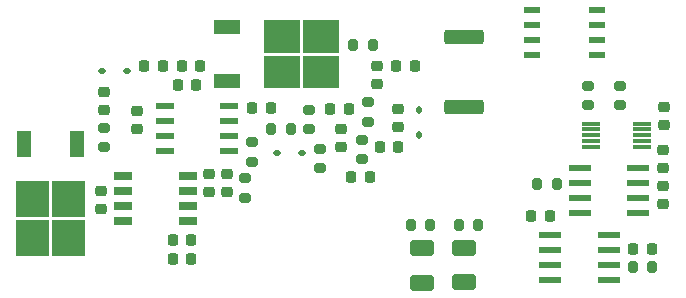
<source format=gbr>
%TF.GenerationSoftware,KiCad,Pcbnew,7.0.9*%
%TF.CreationDate,2024-01-14T15:58:55-05:00*%
%TF.ProjectId,5.2_5V,352e325f-3556-42e6-9b69-6361645f7063,rev?*%
%TF.SameCoordinates,Original*%
%TF.FileFunction,Paste,Top*%
%TF.FilePolarity,Positive*%
%FSLAX46Y46*%
G04 Gerber Fmt 4.6, Leading zero omitted, Abs format (unit mm)*
G04 Created by KiCad (PCBNEW 7.0.9) date 2024-01-14 15:58:55*
%MOMM*%
%LPD*%
G01*
G04 APERTURE LIST*
G04 Aperture macros list*
%AMRoundRect*
0 Rectangle with rounded corners*
0 $1 Rounding radius*
0 $2 $3 $4 $5 $6 $7 $8 $9 X,Y pos of 4 corners*
0 Add a 4 corners polygon primitive as box body*
4,1,4,$2,$3,$4,$5,$6,$7,$8,$9,$2,$3,0*
0 Add four circle primitives for the rounded corners*
1,1,$1+$1,$2,$3*
1,1,$1+$1,$4,$5*
1,1,$1+$1,$6,$7*
1,1,$1+$1,$8,$9*
0 Add four rect primitives between the rounded corners*
20,1,$1+$1,$2,$3,$4,$5,0*
20,1,$1+$1,$4,$5,$6,$7,0*
20,1,$1+$1,$6,$7,$8,$9,0*
20,1,$1+$1,$8,$9,$2,$3,0*%
G04 Aperture macros list end*
%ADD10C,0.010000*%
%ADD11RoundRect,0.250000X-1.425000X0.362500X-1.425000X-0.362500X1.425000X-0.362500X1.425000X0.362500X0*%
%ADD12RoundRect,0.225000X0.250000X-0.225000X0.250000X0.225000X-0.250000X0.225000X-0.250000X-0.225000X0*%
%ADD13RoundRect,0.225000X-0.225000X-0.250000X0.225000X-0.250000X0.225000X0.250000X-0.225000X0.250000X0*%
%ADD14RoundRect,0.011200X-0.723800X-0.128800X0.723800X-0.128800X0.723800X0.128800X-0.723800X0.128800X0*%
%ADD15RoundRect,0.112500X-0.187500X-0.112500X0.187500X-0.112500X0.187500X0.112500X-0.187500X0.112500X0*%
%ADD16RoundRect,0.225000X0.225000X0.250000X-0.225000X0.250000X-0.225000X-0.250000X0.225000X-0.250000X0*%
%ADD17RoundRect,0.200000X0.275000X-0.200000X0.275000X0.200000X-0.275000X0.200000X-0.275000X-0.200000X0*%
%ADD18R,1.981200X0.558800*%
%ADD19RoundRect,0.200000X-0.275000X0.200000X-0.275000X-0.200000X0.275000X-0.200000X0.275000X0.200000X0*%
%ADD20RoundRect,0.218750X-0.218750X-0.256250X0.218750X-0.256250X0.218750X0.256250X-0.218750X0.256250X0*%
%ADD21R,1.528000X0.650000*%
%ADD22RoundRect,0.310444X0.705556X-0.388056X0.705556X0.388056X-0.705556X0.388056X-0.705556X-0.388056X0*%
%ADD23RoundRect,0.200000X-0.200000X-0.275000X0.200000X-0.275000X0.200000X0.275000X-0.200000X0.275000X0*%
%ADD24RoundRect,0.225000X-0.250000X0.225000X-0.250000X-0.225000X0.250000X-0.225000X0.250000X0.225000X0*%
%ADD25RoundRect,0.310444X-0.705556X0.388056X-0.705556X-0.388056X0.705556X-0.388056X0.705556X0.388056X0*%
%ADD26RoundRect,0.112500X0.187500X0.112500X-0.187500X0.112500X-0.187500X-0.112500X0.187500X-0.112500X0*%
%ADD27R,1.498600X0.558800*%
%ADD28R,1.460500X0.558800*%
%ADD29RoundRect,0.112500X0.112500X-0.187500X0.112500X0.187500X-0.112500X0.187500X-0.112500X-0.187500X0*%
%ADD30RoundRect,0.200000X0.200000X0.275000X-0.200000X0.275000X-0.200000X-0.275000X0.200000X-0.275000X0*%
G04 APERTURE END LIST*
%TO.C,Q1*%
D10*
X145156000Y-34846000D02*
X143056000Y-34846000D01*
X143056000Y-33746000D01*
X145156000Y-33746000D01*
X145156000Y-34846000D01*
G36*
X145156000Y-34846000D02*
G01*
X143056000Y-34846000D01*
X143056000Y-33746000D01*
X145156000Y-33746000D01*
X145156000Y-34846000D01*
G37*
X145156000Y-39406000D02*
X143056000Y-39406000D01*
X143056000Y-38306000D01*
X145156000Y-38306000D01*
X145156000Y-39406000D01*
G36*
X145156000Y-39406000D02*
G01*
X143056000Y-39406000D01*
X143056000Y-38306000D01*
X145156000Y-38306000D01*
X145156000Y-39406000D01*
G37*
X150256000Y-36426000D02*
X147256000Y-36426000D01*
X147256000Y-33726000D01*
X150256000Y-33726000D01*
X150256000Y-36426000D01*
G36*
X150256000Y-36426000D02*
G01*
X147256000Y-36426000D01*
X147256000Y-33726000D01*
X150256000Y-33726000D01*
X150256000Y-36426000D01*
G37*
X150256000Y-39426000D02*
X147256000Y-39426000D01*
X147256000Y-36726000D01*
X150256000Y-36726000D01*
X150256000Y-39426000D01*
G36*
X150256000Y-39426000D02*
G01*
X147256000Y-39426000D01*
X147256000Y-36726000D01*
X150256000Y-36726000D01*
X150256000Y-39426000D01*
G37*
X153556000Y-36426000D02*
X150556000Y-36426000D01*
X150556000Y-33726000D01*
X153556000Y-33726000D01*
X153556000Y-36426000D01*
G36*
X153556000Y-36426000D02*
G01*
X150556000Y-36426000D01*
X150556000Y-33726000D01*
X153556000Y-33726000D01*
X153556000Y-36426000D01*
G37*
X153556000Y-39426000D02*
X150556000Y-39426000D01*
X150556000Y-36726000D01*
X153556000Y-36726000D01*
X153556000Y-39426000D01*
G36*
X153556000Y-39426000D02*
G01*
X150556000Y-39426000D01*
X150556000Y-36726000D01*
X153556000Y-36726000D01*
X153556000Y-39426000D01*
G37*
%TO.C,Q2*%
X131995000Y-45246000D02*
X130895000Y-45246000D01*
X130895000Y-43146000D01*
X131995000Y-43146000D01*
X131995000Y-45246000D01*
G36*
X131995000Y-45246000D02*
G01*
X130895000Y-45246000D01*
X130895000Y-43146000D01*
X131995000Y-43146000D01*
X131995000Y-45246000D01*
G37*
X127435000Y-45246000D02*
X126335000Y-45246000D01*
X126335000Y-43146000D01*
X127435000Y-43146000D01*
X127435000Y-45246000D01*
G36*
X127435000Y-45246000D02*
G01*
X126335000Y-45246000D01*
X126335000Y-43146000D01*
X127435000Y-43146000D01*
X127435000Y-45246000D01*
G37*
X132015000Y-50346000D02*
X129315000Y-50346000D01*
X129315000Y-47346000D01*
X132015000Y-47346000D01*
X132015000Y-50346000D01*
G36*
X132015000Y-50346000D02*
G01*
X129315000Y-50346000D01*
X129315000Y-47346000D01*
X132015000Y-47346000D01*
X132015000Y-50346000D01*
G37*
X129015000Y-50346000D02*
X126315000Y-50346000D01*
X126315000Y-47346000D01*
X129015000Y-47346000D01*
X129015000Y-50346000D01*
G36*
X129015000Y-50346000D02*
G01*
X126315000Y-50346000D01*
X126315000Y-47346000D01*
X129015000Y-47346000D01*
X129015000Y-50346000D01*
G37*
X132015000Y-53646000D02*
X129315000Y-53646000D01*
X129315000Y-50646000D01*
X132015000Y-50646000D01*
X132015000Y-53646000D01*
G36*
X132015000Y-53646000D02*
G01*
X129315000Y-53646000D01*
X129315000Y-50646000D01*
X132015000Y-50646000D01*
X132015000Y-53646000D01*
G37*
X129015000Y-53646000D02*
X126315000Y-53646000D01*
X126315000Y-50646000D01*
X129015000Y-50646000D01*
X129015000Y-53646000D01*
G36*
X129015000Y-53646000D02*
G01*
X126315000Y-53646000D01*
X126315000Y-50646000D01*
X129015000Y-50646000D01*
X129015000Y-53646000D01*
G37*
%TD*%
D11*
%TO.C,R1*%
X164236400Y-35172200D03*
X164236400Y-41097200D03*
%TD*%
D12*
%TO.C,C3*%
X181152800Y-42634200D03*
X181152800Y-41084200D03*
%TD*%
%TO.C,C1*%
X156845000Y-39129000D03*
X156845000Y-37579000D03*
%TD*%
D13*
%TO.C,C4*%
X139975000Y-39250000D03*
X141525000Y-39250000D03*
%TD*%
D14*
%TO.C,U3*%
X174954800Y-42484800D03*
X174954800Y-42984800D03*
X174954800Y-43484800D03*
X174954800Y-43984800D03*
X174954800Y-44484800D03*
X179254800Y-44484800D03*
X179254800Y-43984800D03*
X179254800Y-43484800D03*
X179254800Y-42984800D03*
X179254800Y-42484800D03*
%TD*%
D13*
%TO.C,C5*%
X137147000Y-37592000D03*
X138697000Y-37592000D03*
%TD*%
D15*
%TO.C,D6*%
X148395000Y-44958000D03*
X150495000Y-44958000D03*
%TD*%
D16*
%TO.C,C14*%
X158636000Y-44450000D03*
X157086000Y-44450000D03*
%TD*%
D17*
%TO.C,R5*%
X133731000Y-44474400D03*
X133731000Y-42824400D03*
%TD*%
D18*
%TO.C,U12*%
X174040800Y-46228000D03*
X174040800Y-47498000D03*
X174040800Y-48768000D03*
X174040800Y-50038000D03*
X178968400Y-50038000D03*
X178968400Y-48768000D03*
X178968400Y-47498000D03*
X178968400Y-46228000D03*
%TD*%
D13*
%TO.C,C10*%
X146291000Y-41148000D03*
X147841000Y-41148000D03*
%TD*%
D17*
%TO.C,R3*%
X174701200Y-40957000D03*
X174701200Y-39307000D03*
%TD*%
D19*
%TO.C,R10*%
X156083000Y-40704000D03*
X156083000Y-42354000D03*
%TD*%
D20*
%TO.C,L1*%
X152908000Y-41275000D03*
X154483000Y-41275000D03*
%TD*%
D21*
%TO.C,U8*%
X135382000Y-46888400D03*
X135382000Y-48158400D03*
X135382000Y-49428400D03*
X135382000Y-50698400D03*
X140804000Y-50698400D03*
X140804000Y-49428400D03*
X140804000Y-48158400D03*
X140804000Y-46888400D03*
%TD*%
D22*
%TO.C,R16*%
X164250000Y-55905400D03*
X164250000Y-52984400D03*
%TD*%
D16*
%TO.C,C18*%
X141084600Y-52374800D03*
X139534600Y-52374800D03*
%TD*%
D13*
%TO.C,C12*%
X154673000Y-46990000D03*
X156223000Y-46990000D03*
%TD*%
D23*
%TO.C,R13*%
X163767000Y-51054000D03*
X165417000Y-51054000D03*
%TD*%
D24*
%TO.C,C15*%
X142646400Y-46736000D03*
X142646400Y-48286000D03*
%TD*%
D17*
%TO.C,R12*%
X145694400Y-48780200D03*
X145694400Y-47130200D03*
%TD*%
%TO.C,R8*%
X151130000Y-42989000D03*
X151130000Y-41339000D03*
%TD*%
D23*
%TO.C,R18*%
X178499000Y-54610000D03*
X180149000Y-54610000D03*
%TD*%
D17*
%TO.C,R6*%
X146304000Y-45719000D03*
X146304000Y-44069000D03*
%TD*%
D16*
%TO.C,C23*%
X171463000Y-50292000D03*
X169913000Y-50292000D03*
%TD*%
D19*
%TO.C,R9*%
X152019000Y-44641000D03*
X152019000Y-46291000D03*
%TD*%
D25*
%TO.C,R15*%
X160629600Y-53035200D03*
X160629600Y-55956200D03*
%TD*%
D16*
%TO.C,C19*%
X141084600Y-53949600D03*
X139534600Y-53949600D03*
%TD*%
%TO.C,C2*%
X160033000Y-37592000D03*
X158483000Y-37592000D03*
%TD*%
D12*
%TO.C,C9*%
X133731000Y-41326400D03*
X133731000Y-39776400D03*
%TD*%
D13*
%TO.C,C6*%
X140322000Y-37592000D03*
X141872000Y-37592000D03*
%TD*%
D18*
%TO.C,U9*%
X171526200Y-51943000D03*
X171526200Y-53213000D03*
X171526200Y-54483000D03*
X171526200Y-55753000D03*
X176453800Y-55753000D03*
X176453800Y-54483000D03*
X176453800Y-53213000D03*
X176453800Y-51943000D03*
%TD*%
D26*
%TO.C,D5*%
X135670000Y-37998400D03*
X133570000Y-37998400D03*
%TD*%
D23*
%TO.C,R7*%
X147892000Y-42926000D03*
X149542000Y-42926000D03*
%TD*%
D27*
%TO.C,U4*%
X138938000Y-41021000D03*
X138938000Y-42291000D03*
X138938000Y-43561000D03*
X138938000Y-44831000D03*
X144348200Y-44831000D03*
X144348200Y-43561000D03*
X144348200Y-42291000D03*
X144348200Y-41021000D03*
%TD*%
D28*
%TO.C,U1*%
X169995850Y-32893000D03*
X169995850Y-34163000D03*
X169995850Y-35433000D03*
X169995850Y-36703000D03*
X175444150Y-36703000D03*
X175444150Y-35433000D03*
X175444150Y-34163000D03*
X175444150Y-32893000D03*
%TD*%
D24*
%TO.C,C13*%
X158623000Y-41262000D03*
X158623000Y-42812000D03*
%TD*%
D17*
%TO.C,R11*%
X155575000Y-45529000D03*
X155575000Y-43879000D03*
%TD*%
%TO.C,R4*%
X177444400Y-40957000D03*
X177444400Y-39307000D03*
%TD*%
D24*
%TO.C,C17*%
X133502400Y-48158400D03*
X133502400Y-49708400D03*
%TD*%
%TO.C,C11*%
X153797000Y-42913000D03*
X153797000Y-44463000D03*
%TD*%
D23*
%TO.C,R17*%
X170395000Y-47630000D03*
X172045000Y-47630000D03*
%TD*%
D13*
%TO.C,C22*%
X178549000Y-53086000D03*
X180099000Y-53086000D03*
%TD*%
D24*
%TO.C,C16*%
X144170400Y-46736000D03*
X144170400Y-48286000D03*
%TD*%
D12*
%TO.C,C20*%
X181102000Y-46241000D03*
X181102000Y-44691000D03*
%TD*%
D24*
%TO.C,C8*%
X136525000Y-41389000D03*
X136525000Y-42939000D03*
%TD*%
D29*
%TO.C,D4*%
X160401000Y-43468000D03*
X160401000Y-41368000D03*
%TD*%
D24*
%TO.C,C21*%
X181102000Y-47752000D03*
X181102000Y-49302000D03*
%TD*%
D23*
%TO.C,R14*%
X159703000Y-51054000D03*
X161353000Y-51054000D03*
%TD*%
D30*
%TO.C,R2*%
X156476200Y-35864800D03*
X154826200Y-35864800D03*
%TD*%
M02*

</source>
